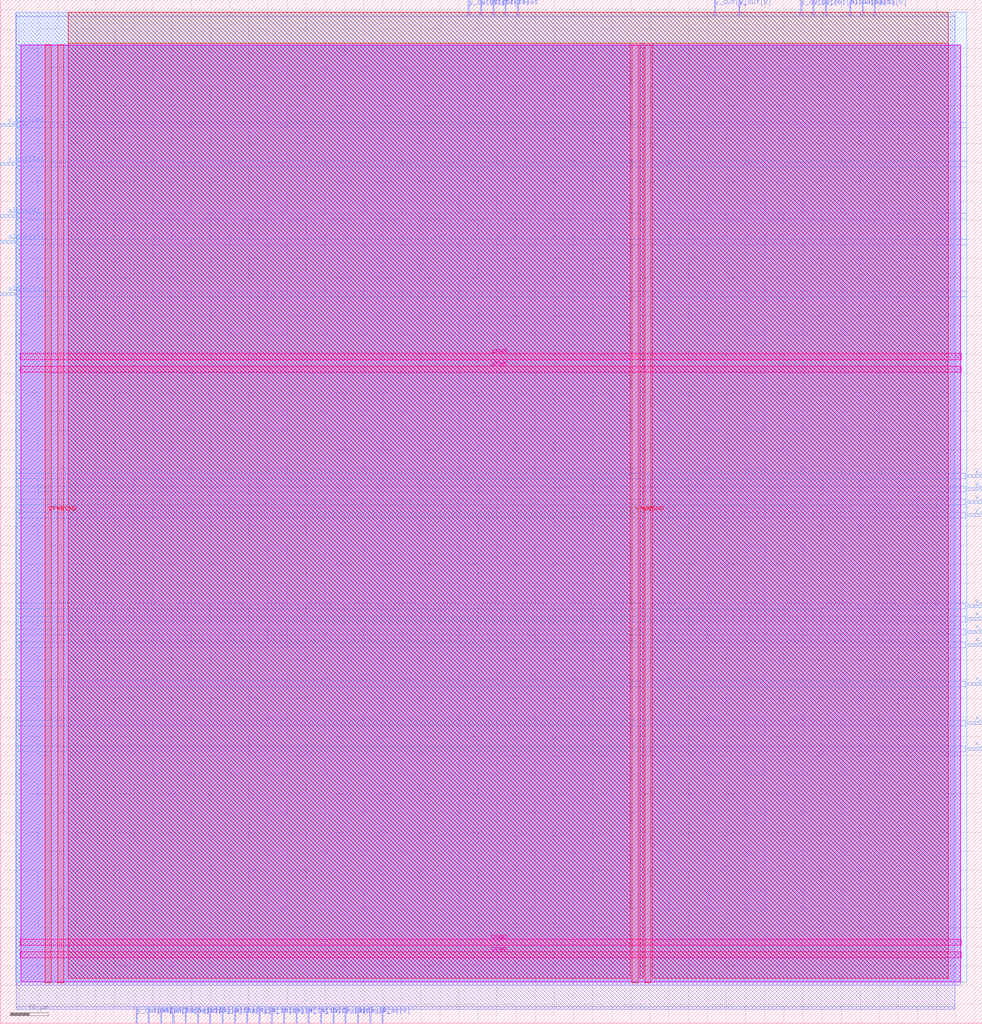
<source format=lef>
VERSION 5.7 ;
  NOWIREEXTENSIONATPIN ON ;
  DIVIDERCHAR "/" ;
  BUSBITCHARS "[]" ;
MACRO dynamic_noise_reduction
  CLASS BLOCK ;
  FOREIGN dynamic_noise_reduction ;
  ORIGIN 0.000 0.000 ;
  SIZE 256.935 BY 267.655 ;
  PIN VGND
    DIRECTION INOUT ;
    USE GROUND ;
    PORT
      LAYER met4 ;
        RECT 15.020 10.640 16.620 255.920 ;
    END
    PORT
      LAYER met4 ;
        RECT 168.620 10.640 170.220 255.920 ;
    END
    PORT
      LAYER met5 ;
        RECT 5.280 20.380 251.400 21.980 ;
    END
    PORT
      LAYER met5 ;
        RECT 5.280 173.560 251.400 175.160 ;
    END
  END VGND
  PIN VPWR
    DIRECTION INOUT ;
    USE POWER ;
    PORT
      LAYER met4 ;
        RECT 11.720 10.640 13.320 255.920 ;
    END
    PORT
      LAYER met4 ;
        RECT 165.320 10.640 166.920 255.920 ;
    END
    PORT
      LAYER met5 ;
        RECT 5.280 17.080 251.400 18.680 ;
    END
    PORT
      LAYER met5 ;
        RECT 5.280 170.260 251.400 171.860 ;
    END
  END VPWR
  PIN alpha[0]
    DIRECTION INPUT ;
    USE SIGNAL ;
    ANTENNAGATEAREA 0.742500 ;
    PORT
      LAYER met2 ;
        RECT 228.710 263.655 228.990 267.655 ;
    END
  END alpha[0]
  PIN alpha[10]
    DIRECTION INPUT ;
    USE SIGNAL ;
    ANTENNAGATEAREA 0.196500 ;
    PORT
      LAYER met3 ;
        RECT 0.000 204.040 4.000 204.640 ;
    END
  END alpha[10]
  PIN alpha[11]
    DIRECTION INPUT ;
    USE SIGNAL ;
    ANTENNAGATEAREA 0.213000 ;
    PORT
      LAYER met3 ;
        RECT 0.000 190.440 4.000 191.040 ;
    END
  END alpha[11]
  PIN alpha[12]
    DIRECTION INPUT ;
    USE SIGNAL ;
    ANTENNAGATEAREA 0.196500 ;
    PORT
      LAYER met2 ;
        RECT 38.730 0.000 39.010 4.000 ;
    END
  END alpha[12]
  PIN alpha[13]
    DIRECTION INPUT ;
    USE SIGNAL ;
    ANTENNAGATEAREA 0.196500 ;
    PORT
      LAYER met2 ;
        RECT 41.950 0.000 42.230 4.000 ;
    END
  END alpha[13]
  PIN alpha[14]
    DIRECTION INPUT ;
    USE SIGNAL ;
    ANTENNAGATEAREA 0.196500 ;
    PORT
      LAYER met2 ;
        RECT 45.170 0.000 45.450 4.000 ;
    END
  END alpha[14]
  PIN alpha[15]
    DIRECTION INPUT ;
    USE SIGNAL ;
    ANTENNAGATEAREA 0.159000 ;
    PORT
      LAYER met2 ;
        RECT 48.390 0.000 48.670 4.000 ;
    END
  END alpha[15]
  PIN alpha[1]
    DIRECTION INPUT ;
    USE SIGNAL ;
    ANTENNAGATEAREA 0.495000 ;
    PORT
      LAYER met2 ;
        RECT 225.490 263.655 225.770 267.655 ;
    END
  END alpha[1]
  PIN alpha[2]
    DIRECTION INPUT ;
    USE SIGNAL ;
    ANTENNAGATEAREA 0.495000 ;
    PORT
      LAYER met2 ;
        RECT 222.270 263.655 222.550 267.655 ;
    END
  END alpha[2]
  PIN alpha[3]
    DIRECTION INPUT ;
    USE SIGNAL ;
    ANTENNAGATEAREA 0.247500 ;
    PORT
      LAYER met2 ;
        RECT 93.470 0.000 93.750 4.000 ;
    END
  END alpha[3]
  PIN alpha[4]
    DIRECTION INPUT ;
    USE SIGNAL ;
    ANTENNAGATEAREA 0.213000 ;
    PORT
      LAYER met2 ;
        RECT 87.030 0.000 87.310 4.000 ;
    END
  END alpha[4]
  PIN alpha[5]
    DIRECTION INPUT ;
    USE SIGNAL ;
    ANTENNAGATEAREA 0.213000 ;
    PORT
      LAYER met2 ;
        RECT 74.150 0.000 74.430 4.000 ;
    END
  END alpha[5]
  PIN alpha[6]
    DIRECTION INPUT ;
    USE SIGNAL ;
    ANTENNAGATEAREA 0.213000 ;
    PORT
      LAYER met2 ;
        RECT 64.490 0.000 64.770 4.000 ;
    END
  END alpha[6]
  PIN alpha[7]
    DIRECTION INPUT ;
    USE SIGNAL ;
    ANTENNAGATEAREA 0.495000 ;
    PORT
      LAYER met2 ;
        RECT 61.270 0.000 61.550 4.000 ;
    END
  END alpha[7]
  PIN alpha[8]
    DIRECTION INPUT ;
    USE SIGNAL ;
    ANTENNAGATEAREA 0.196500 ;
    PORT
      LAYER met2 ;
        RECT 54.830 0.000 55.110 4.000 ;
    END
  END alpha[8]
  PIN alpha[9]
    DIRECTION INPUT ;
    USE SIGNAL ;
    ANTENNAGATEAREA 0.159000 ;
    PORT
      LAYER met3 ;
        RECT 0.000 210.840 4.000 211.440 ;
    END
  END alpha[9]
  PIN clk
    DIRECTION INPUT ;
    USE SIGNAL ;
    ANTENNAGATEAREA 0.852000 ;
    PORT
      LAYER met2 ;
        RECT 132.110 263.655 132.390 267.655 ;
    END
  END clk
  PIN reset
    DIRECTION INPUT ;
    USE SIGNAL ;
    ANTENNAGATEAREA 0.196500 ;
    PORT
      LAYER met2 ;
        RECT 135.330 263.655 135.610 267.655 ;
    END
  END reset
  PIN x_in[0]
    DIRECTION INPUT ;
    USE SIGNAL ;
    ANTENNAGATEAREA 0.196500 ;
    PORT
      LAYER met3 ;
        RECT 252.935 105.440 256.935 106.040 ;
    END
  END x_in[0]
  PIN x_in[10]
    DIRECTION INPUT ;
    USE SIGNAL ;
    ANTENNAGATEAREA 0.196500 ;
    PORT
      LAYER met2 ;
        RECT 51.610 0.000 51.890 4.000 ;
    END
  END x_in[10]
  PIN x_in[11]
    DIRECTION INPUT ;
    USE SIGNAL ;
    ANTENNAGATEAREA 0.196500 ;
    PORT
      LAYER met2 ;
        RECT 58.050 0.000 58.330 4.000 ;
    END
  END x_in[11]
  PIN x_in[12]
    DIRECTION INPUT ;
    USE SIGNAL ;
    ANTENNAGATEAREA 0.196500 ;
    PORT
      LAYER met2 ;
        RECT 67.710 0.000 67.990 4.000 ;
    END
  END x_in[12]
  PIN x_in[13]
    DIRECTION INPUT ;
    USE SIGNAL ;
    ANTENNAGATEAREA 0.196500 ;
    PORT
      LAYER met2 ;
        RECT 70.930 0.000 71.210 4.000 ;
    END
  END x_in[13]
  PIN x_in[14]
    DIRECTION INPUT ;
    USE SIGNAL ;
    ANTENNAGATEAREA 0.196500 ;
    PORT
      LAYER met2 ;
        RECT 77.370 0.000 77.650 4.000 ;
    END
  END x_in[14]
  PIN x_in[15]
    DIRECTION INPUT ;
    USE SIGNAL ;
    ANTENNAGATEAREA 0.196500 ;
    PORT
      LAYER met2 ;
        RECT 80.590 0.000 80.870 4.000 ;
    END
  END x_in[15]
  PIN x_in[1]
    DIRECTION INPUT ;
    USE SIGNAL ;
    ANTENNAGATEAREA 0.196500 ;
    PORT
      LAYER met3 ;
        RECT 252.935 102.040 256.935 102.640 ;
    END
  END x_in[1]
  PIN x_in[2]
    DIRECTION INPUT ;
    USE SIGNAL ;
    ANTENNAGATEAREA 0.196500 ;
    PORT
      LAYER met3 ;
        RECT 252.935 98.640 256.935 99.240 ;
    END
  END x_in[2]
  PIN x_in[3]
    DIRECTION INPUT ;
    USE SIGNAL ;
    ANTENNAGATEAREA 0.196500 ;
    PORT
      LAYER met3 ;
        RECT 252.935 88.440 256.935 89.040 ;
    END
  END x_in[3]
  PIN x_in[4]
    DIRECTION INPUT ;
    USE SIGNAL ;
    ANTENNAGATEAREA 0.196500 ;
    PORT
      LAYER met3 ;
        RECT 252.935 78.240 256.935 78.840 ;
    END
  END x_in[4]
  PIN x_in[5]
    DIRECTION INPUT ;
    USE SIGNAL ;
    ANTENNAGATEAREA 0.196500 ;
    PORT
      LAYER met3 ;
        RECT 252.935 71.440 256.935 72.040 ;
    END
  END x_in[5]
  PIN x_in[6]
    DIRECTION INPUT ;
    USE SIGNAL ;
    ANTENNAGATEAREA 0.196500 ;
    PORT
      LAYER met2 ;
        RECT 90.250 0.000 90.530 4.000 ;
    END
  END x_in[6]
  PIN x_in[7]
    DIRECTION INPUT ;
    USE SIGNAL ;
    ANTENNAGATEAREA 0.196500 ;
    PORT
      LAYER met2 ;
        RECT 83.810 0.000 84.090 4.000 ;
    END
  END x_in[7]
  PIN x_in[8]
    DIRECTION INPUT ;
    USE SIGNAL ;
    ANTENNAGATEAREA 0.196500 ;
    PORT
      LAYER met2 ;
        RECT 96.690 0.000 96.970 4.000 ;
    END
  END x_in[8]
  PIN x_in[9]
    DIRECTION INPUT ;
    USE SIGNAL ;
    ANTENNAGATEAREA 0.196500 ;
    PORT
      LAYER met2 ;
        RECT 99.910 0.000 100.190 4.000 ;
    END
  END x_in[9]
  PIN y_out[0]
    DIRECTION OUTPUT ;
    USE SIGNAL ;
    ANTENNADIFFAREA 0.445500 ;
    PORT
      LAYER met3 ;
        RECT 252.935 132.640 256.935 133.240 ;
    END
  END y_out[0]
  PIN y_out[10]
    DIRECTION OUTPUT ;
    USE SIGNAL ;
    ANTENNADIFFAREA 0.445500 ;
    PORT
      LAYER met3 ;
        RECT 0.000 234.640 4.000 235.240 ;
    END
  END y_out[10]
  PIN y_out[11]
    DIRECTION OUTPUT ;
    USE SIGNAL ;
    ANTENNADIFFAREA 0.445500 ;
    PORT
      LAYER met2 ;
        RECT 128.890 263.655 129.170 267.655 ;
    END
  END y_out[11]
  PIN y_out[12]
    DIRECTION OUTPUT ;
    USE SIGNAL ;
    ANTENNADIFFAREA 0.445500 ;
    PORT
      LAYER met2 ;
        RECT 125.670 263.655 125.950 267.655 ;
    END
  END y_out[12]
  PIN y_out[13]
    DIRECTION OUTPUT ;
    USE SIGNAL ;
    ANTENNADIFFAREA 0.445500 ;
    PORT
      LAYER met2 ;
        RECT 122.450 263.655 122.730 267.655 ;
    END
  END y_out[13]
  PIN y_out[14]
    DIRECTION OUTPUT ;
    USE SIGNAL ;
    ANTENNADIFFAREA 0.445500 ;
    PORT
      LAYER met3 ;
        RECT 0.000 224.440 4.000 225.040 ;
    END
  END y_out[14]
  PIN y_out[15]
    DIRECTION OUTPUT ;
    USE SIGNAL ;
    ANTENNADIFFAREA 0.445500 ;
    PORT
      LAYER met2 ;
        RECT 35.510 0.000 35.790 4.000 ;
    END
  END y_out[15]
  PIN y_out[1]
    DIRECTION OUTPUT ;
    USE SIGNAL ;
    ANTENNADIFFAREA 0.445500 ;
    PORT
      LAYER met3 ;
        RECT 252.935 108.840 256.935 109.440 ;
    END
  END y_out[1]
  PIN y_out[2]
    DIRECTION OUTPUT ;
    USE SIGNAL ;
    ANTENNADIFFAREA 0.445500 ;
    PORT
      LAYER met3 ;
        RECT 252.935 136.040 256.935 136.640 ;
    END
  END y_out[2]
  PIN y_out[3]
    DIRECTION OUTPUT ;
    USE SIGNAL ;
    ANTENNADIFFAREA 0.445500 ;
    PORT
      LAYER met3 ;
        RECT 252.935 139.440 256.935 140.040 ;
    END
  END y_out[3]
  PIN y_out[4]
    DIRECTION OUTPUT ;
    USE SIGNAL ;
    ANTENNADIFFAREA 0.445500 ;
    PORT
      LAYER met3 ;
        RECT 252.935 142.840 256.935 143.440 ;
    END
  END y_out[4]
  PIN y_out[5]
    DIRECTION OUTPUT ;
    USE SIGNAL ;
    ANTENNADIFFAREA 0.445500 ;
    PORT
      LAYER met2 ;
        RECT 212.610 263.655 212.890 267.655 ;
    END
  END y_out[5]
  PIN y_out[6]
    DIRECTION OUTPUT ;
    USE SIGNAL ;
    ANTENNADIFFAREA 0.445500 ;
    PORT
      LAYER met2 ;
        RECT 215.830 263.655 216.110 267.655 ;
    END
  END y_out[6]
  PIN y_out[7]
    DIRECTION OUTPUT ;
    USE SIGNAL ;
    ANTENNADIFFAREA 0.445500 ;
    PORT
      LAYER met2 ;
        RECT 209.390 263.655 209.670 267.655 ;
    END
  END y_out[7]
  PIN y_out[8]
    DIRECTION OUTPUT ;
    USE SIGNAL ;
    ANTENNADIFFAREA 0.445500 ;
    PORT
      LAYER met2 ;
        RECT 193.290 263.655 193.570 267.655 ;
    END
  END y_out[8]
  PIN y_out[9]
    DIRECTION OUTPUT ;
    USE SIGNAL ;
    ANTENNADIFFAREA 0.445500 ;
    PORT
      LAYER met2 ;
        RECT 186.850 263.655 187.130 267.655 ;
    END
  END y_out[9]
  OBS
      LAYER nwell ;
        RECT 5.330 10.795 251.350 255.765 ;
      LAYER li1 ;
        RECT 5.520 10.795 251.160 255.765 ;
      LAYER met1 ;
        RECT 4.210 9.900 251.160 255.920 ;
      LAYER met2 ;
        RECT 4.230 263.375 122.170 264.365 ;
        RECT 123.010 263.375 125.390 264.365 ;
        RECT 126.230 263.375 128.610 264.365 ;
        RECT 129.450 263.375 131.830 264.365 ;
        RECT 132.670 263.375 135.050 264.365 ;
        RECT 135.890 263.375 186.570 264.365 ;
        RECT 187.410 263.375 193.010 264.365 ;
        RECT 193.850 263.375 209.110 264.365 ;
        RECT 209.950 263.375 212.330 264.365 ;
        RECT 213.170 263.375 215.550 264.365 ;
        RECT 216.390 263.375 221.990 264.365 ;
        RECT 222.830 263.375 225.210 264.365 ;
        RECT 226.050 263.375 228.430 264.365 ;
        RECT 229.270 263.375 249.690 264.365 ;
        RECT 4.230 4.280 249.690 263.375 ;
        RECT 4.230 3.670 35.230 4.280 ;
        RECT 36.070 3.670 38.450 4.280 ;
        RECT 39.290 3.670 41.670 4.280 ;
        RECT 42.510 3.670 44.890 4.280 ;
        RECT 45.730 3.670 48.110 4.280 ;
        RECT 48.950 3.670 51.330 4.280 ;
        RECT 52.170 3.670 54.550 4.280 ;
        RECT 55.390 3.670 57.770 4.280 ;
        RECT 58.610 3.670 60.990 4.280 ;
        RECT 61.830 3.670 64.210 4.280 ;
        RECT 65.050 3.670 67.430 4.280 ;
        RECT 68.270 3.670 70.650 4.280 ;
        RECT 71.490 3.670 73.870 4.280 ;
        RECT 74.710 3.670 77.090 4.280 ;
        RECT 77.930 3.670 80.310 4.280 ;
        RECT 81.150 3.670 83.530 4.280 ;
        RECT 84.370 3.670 86.750 4.280 ;
        RECT 87.590 3.670 89.970 4.280 ;
        RECT 90.810 3.670 93.190 4.280 ;
        RECT 94.030 3.670 96.410 4.280 ;
        RECT 97.250 3.670 99.630 4.280 ;
        RECT 100.470 3.670 249.690 4.280 ;
      LAYER met3 ;
        RECT 3.990 235.640 252.935 264.345 ;
        RECT 4.400 234.240 252.935 235.640 ;
        RECT 3.990 225.440 252.935 234.240 ;
        RECT 4.400 224.040 252.935 225.440 ;
        RECT 3.990 211.840 252.935 224.040 ;
        RECT 4.400 210.440 252.935 211.840 ;
        RECT 3.990 205.040 252.935 210.440 ;
        RECT 4.400 203.640 252.935 205.040 ;
        RECT 3.990 191.440 252.935 203.640 ;
        RECT 4.400 190.040 252.935 191.440 ;
        RECT 3.990 143.840 252.935 190.040 ;
        RECT 3.990 142.440 252.535 143.840 ;
        RECT 3.990 140.440 252.935 142.440 ;
        RECT 3.990 139.040 252.535 140.440 ;
        RECT 3.990 137.040 252.935 139.040 ;
        RECT 3.990 135.640 252.535 137.040 ;
        RECT 3.990 133.640 252.935 135.640 ;
        RECT 3.990 132.240 252.535 133.640 ;
        RECT 3.990 109.840 252.935 132.240 ;
        RECT 3.990 108.440 252.535 109.840 ;
        RECT 3.990 106.440 252.935 108.440 ;
        RECT 3.990 105.040 252.535 106.440 ;
        RECT 3.990 103.040 252.935 105.040 ;
        RECT 3.990 101.640 252.535 103.040 ;
        RECT 3.990 99.640 252.935 101.640 ;
        RECT 3.990 98.240 252.535 99.640 ;
        RECT 3.990 89.440 252.935 98.240 ;
        RECT 3.990 88.040 252.535 89.440 ;
        RECT 3.990 79.240 252.935 88.040 ;
        RECT 3.990 77.840 252.535 79.240 ;
        RECT 3.990 72.440 252.935 77.840 ;
        RECT 3.990 71.040 252.535 72.440 ;
        RECT 3.990 10.715 252.935 71.040 ;
      LAYER met4 ;
        RECT 17.775 256.320 248.105 264.345 ;
        RECT 17.775 11.735 164.920 256.320 ;
        RECT 167.320 11.735 168.220 256.320 ;
        RECT 170.620 11.735 248.105 256.320 ;
  END
END dynamic_noise_reduction
END LIBRARY


</source>
